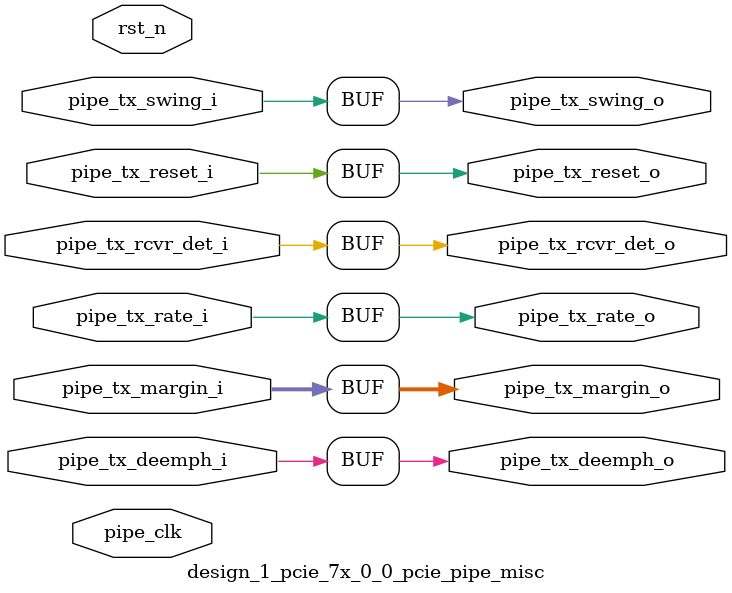
<source format=v>

`timescale 1ps/1ps

(* DowngradeIPIdentifiedWarnings = "yes" *)
module design_1_pcie_7x_0_0_pcie_pipe_misc #
(
    parameter        PIPE_PIPELINE_STAGES = 0,    // 0 - 0 stages, 1 - 1 stage, 2 - 2 stages
    parameter TCQ  = 1 // synthesis warning solved: parameter declaration becomes local
)
(

    input   wire        pipe_tx_rcvr_det_i       ,     // PIPE Tx Receiver Detect
    input   wire        pipe_tx_reset_i          ,     // PIPE Tx Reset
    input   wire        pipe_tx_rate_i           ,     // PIPE Tx Rate
    input   wire        pipe_tx_deemph_i         ,     // PIPE Tx Deemphasis
    input   wire [2:0]  pipe_tx_margin_i         ,     // PIPE Tx Margin
    input   wire        pipe_tx_swing_i          ,     // PIPE Tx Swing

    output  wire        pipe_tx_rcvr_det_o       ,     // Pipelined PIPE Tx Receiver Detect
    output  wire        pipe_tx_reset_o          ,     // Pipelined PIPE Tx Reset
    output  wire        pipe_tx_rate_o           ,     // Pipelined PIPE Tx Rate
    output  wire        pipe_tx_deemph_o         ,     // Pipelined PIPE Tx Deemphasis
    output  wire [2:0]  pipe_tx_margin_o         ,     // Pipelined PIPE Tx Margin
    output  wire        pipe_tx_swing_o          ,     // Pipelined PIPE Tx Swing

    input   wire        pipe_clk                ,      // PIPE Clock
    input   wire        rst_n                          // Reset
);

//******************************************************************//
// Reality check.                                                   //
//******************************************************************//

//    parameter TCQ  = 1;      // clock to out delay model

    generate

    if (PIPE_PIPELINE_STAGES == 0) begin : pipe_stages_0

        assign pipe_tx_rcvr_det_o = pipe_tx_rcvr_det_i;
        assign pipe_tx_reset_o  = pipe_tx_reset_i;
        assign pipe_tx_rate_o = pipe_tx_rate_i;
        assign pipe_tx_deemph_o = pipe_tx_deemph_i;
        assign pipe_tx_margin_o = pipe_tx_margin_i;
        assign pipe_tx_swing_o = pipe_tx_swing_i;

    end // if (PIPE_PIPELINE_STAGES == 0)
    else if (PIPE_PIPELINE_STAGES == 1) begin : pipe_stages_1

    reg                pipe_tx_rcvr_det_q       ;
    reg                pipe_tx_reset_q          ;
    reg                pipe_tx_rate_q           ;
    reg                pipe_tx_deemph_q         ;
    reg [2:0]          pipe_tx_margin_q         ;
    reg                pipe_tx_swing_q          ;

        always @(posedge pipe_clk) begin

        if (rst_n)
        begin

            pipe_tx_rcvr_det_q <= #TCQ 0;
            pipe_tx_reset_q  <= #TCQ 1'b1;
            pipe_tx_rate_q <= #TCQ 0;
            pipe_tx_deemph_q <= #TCQ 1'b1;
            pipe_tx_margin_q <= #TCQ 0;
            pipe_tx_swing_q <= #TCQ 0;

        end
        else
        begin

            pipe_tx_rcvr_det_q <= #TCQ pipe_tx_rcvr_det_i;
            pipe_tx_reset_q  <= #TCQ pipe_tx_reset_i;
            pipe_tx_rate_q <= #TCQ pipe_tx_rate_i;
            pipe_tx_deemph_q <= #TCQ pipe_tx_deemph_i;
            pipe_tx_margin_q <= #TCQ pipe_tx_margin_i;
            pipe_tx_swing_q <= #TCQ pipe_tx_swing_i;

          end

        end

        assign pipe_tx_rcvr_det_o = pipe_tx_rcvr_det_q;
        assign pipe_tx_reset_o  = pipe_tx_reset_q;
        assign pipe_tx_rate_o = pipe_tx_rate_q;
        assign pipe_tx_deemph_o = pipe_tx_deemph_q;
        assign pipe_tx_margin_o = pipe_tx_margin_q;
        assign pipe_tx_swing_o = pipe_tx_swing_q;

    end // if (PIPE_PIPELINE_STAGES == 1)
    else if (PIPE_PIPELINE_STAGES == 2) begin : pipe_stages_2

    reg                pipe_tx_rcvr_det_q       ;
    reg                pipe_tx_reset_q          ;
    reg                pipe_tx_rate_q           ;
    reg                pipe_tx_deemph_q         ;
    reg [2:0]          pipe_tx_margin_q         ;
    reg                pipe_tx_swing_q          ;

    reg                pipe_tx_rcvr_det_qq      ;
    reg                pipe_tx_reset_qq         ;
    reg                pipe_tx_rate_qq          ;
    reg                pipe_tx_deemph_qq        ;
    reg [2:0]          pipe_tx_margin_qq        ;
    reg                pipe_tx_swing_qq         ;

        always @(posedge pipe_clk) begin

        if (rst_n)
        begin

            pipe_tx_rcvr_det_q <= #TCQ 0;
            pipe_tx_reset_q  <= #TCQ 1'b1;
            pipe_tx_rate_q <= #TCQ 0;
            pipe_tx_deemph_q <= #TCQ 1'b1;
            pipe_tx_margin_q <= #TCQ 0;
            pipe_tx_swing_q <= #TCQ 0;

            pipe_tx_rcvr_det_qq <= #TCQ 0;
            pipe_tx_reset_qq  <= #TCQ 1'b1;
            pipe_tx_rate_qq <= #TCQ 0;
            pipe_tx_deemph_qq <= #TCQ 1'b1;
            pipe_tx_margin_qq <= #TCQ 0;
            pipe_tx_swing_qq <= #TCQ 0;

        end
        else
        begin

            pipe_tx_rcvr_det_q <= #TCQ pipe_tx_rcvr_det_i;
            pipe_tx_reset_q  <= #TCQ pipe_tx_reset_i;
            pipe_tx_rate_q <= #TCQ pipe_tx_rate_i;
            pipe_tx_deemph_q <= #TCQ pipe_tx_deemph_i;
            pipe_tx_margin_q <= #TCQ pipe_tx_margin_i;
            pipe_tx_swing_q <= #TCQ pipe_tx_swing_i;

            pipe_tx_rcvr_det_qq <= #TCQ pipe_tx_rcvr_det_q;
            pipe_tx_reset_qq  <= #TCQ pipe_tx_reset_q;
            pipe_tx_rate_qq <= #TCQ pipe_tx_rate_q;
            pipe_tx_deemph_qq <= #TCQ pipe_tx_deemph_q;
            pipe_tx_margin_qq <= #TCQ pipe_tx_margin_q;
            pipe_tx_swing_qq <= #TCQ pipe_tx_swing_q;

          end

        end

        assign pipe_tx_rcvr_det_o = pipe_tx_rcvr_det_qq;
        assign pipe_tx_reset_o  = pipe_tx_reset_qq;
        assign pipe_tx_rate_o = pipe_tx_rate_qq;
        assign pipe_tx_deemph_o = pipe_tx_deemph_qq;
        assign pipe_tx_margin_o = pipe_tx_margin_qq;
        assign pipe_tx_swing_o = pipe_tx_swing_qq;

    end // if (PIPE_PIPELINE_STAGES == 2)

    endgenerate

endmodule


</source>
